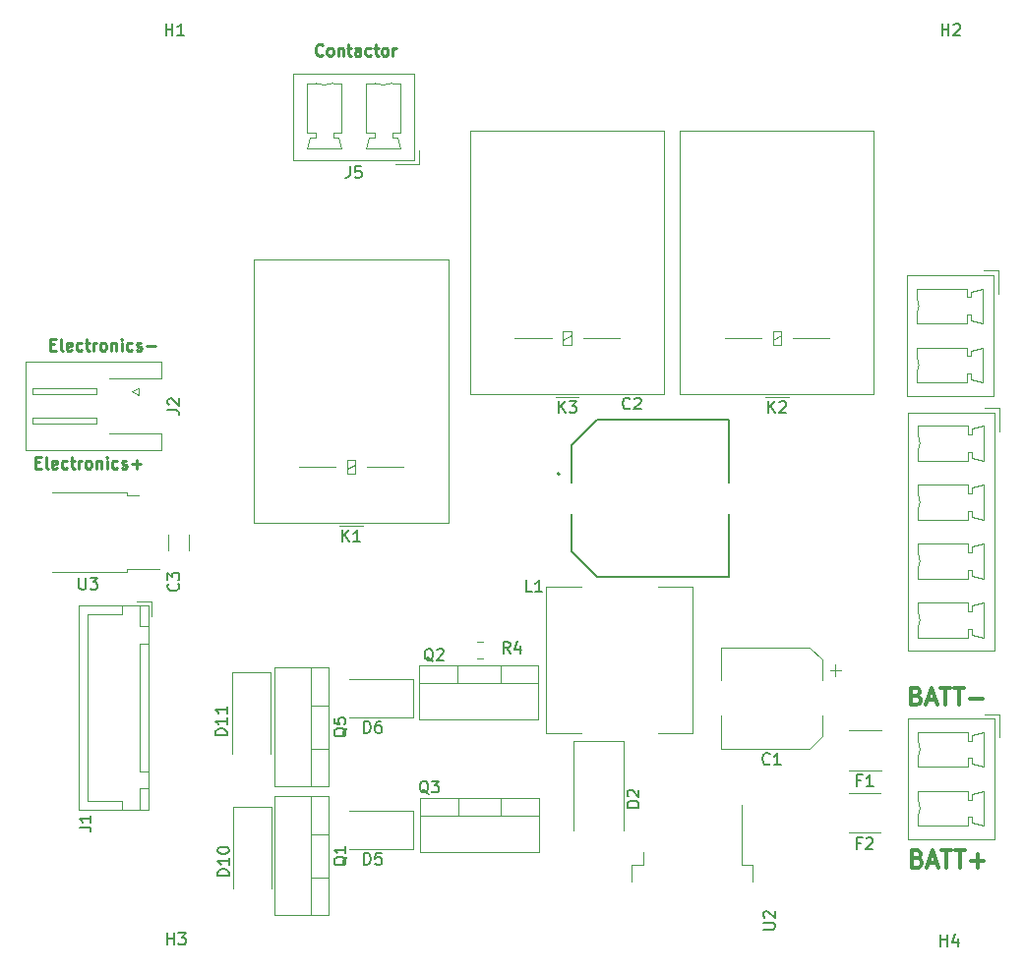
<source format=gbr>
G04 #@! TF.GenerationSoftware,KiCad,Pcbnew,7.0.9*
G04 #@! TF.CreationDate,2024-04-02T14:08:39+05:30*
G04 #@! TF.ProjectId,Chg_Dschg Controller,4368675f-4473-4636-9867-20436f6e7472,rev?*
G04 #@! TF.SameCoordinates,Original*
G04 #@! TF.FileFunction,Legend,Top*
G04 #@! TF.FilePolarity,Positive*
%FSLAX45Y45*%
G04 Gerber Fmt 4.5, Leading zero omitted, Abs format (unit mm)*
G04 Created by KiCad (PCBNEW 7.0.9) date 2024-04-02 14:08:39*
%MOMM*%
%LPD*%
G01*
G04 APERTURE LIST*
%ADD10C,0.300000*%
%ADD11C,0.250000*%
%ADD12C,0.150000*%
%ADD13C,0.120000*%
%ADD14C,0.127000*%
%ADD15C,0.200000*%
G04 APERTURE END LIST*
D10*
X11250451Y-9631511D02*
X11271880Y-9638654D01*
X11271880Y-9638654D02*
X11279022Y-9645797D01*
X11279022Y-9645797D02*
X11286165Y-9660083D01*
X11286165Y-9660083D02*
X11286165Y-9681511D01*
X11286165Y-9681511D02*
X11279022Y-9695797D01*
X11279022Y-9695797D02*
X11271880Y-9702940D01*
X11271880Y-9702940D02*
X11257594Y-9710083D01*
X11257594Y-9710083D02*
X11200451Y-9710083D01*
X11200451Y-9710083D02*
X11200451Y-9560083D01*
X11200451Y-9560083D02*
X11250451Y-9560083D01*
X11250451Y-9560083D02*
X11264737Y-9567226D01*
X11264737Y-9567226D02*
X11271880Y-9574369D01*
X11271880Y-9574369D02*
X11279022Y-9588654D01*
X11279022Y-9588654D02*
X11279022Y-9602940D01*
X11279022Y-9602940D02*
X11271880Y-9617226D01*
X11271880Y-9617226D02*
X11264737Y-9624369D01*
X11264737Y-9624369D02*
X11250451Y-9631511D01*
X11250451Y-9631511D02*
X11200451Y-9631511D01*
X11343308Y-9667226D02*
X11414737Y-9667226D01*
X11329022Y-9710083D02*
X11379022Y-9560083D01*
X11379022Y-9560083D02*
X11429022Y-9710083D01*
X11457594Y-9560083D02*
X11543308Y-9560083D01*
X11500451Y-9710083D02*
X11500451Y-9560083D01*
X11571880Y-9560083D02*
X11657594Y-9560083D01*
X11614737Y-9710083D02*
X11614737Y-9560083D01*
X11707594Y-9652940D02*
X11821880Y-9652940D01*
X11764737Y-9710083D02*
X11764737Y-9595797D01*
D11*
X3659757Y-6220581D02*
X3693090Y-6220581D01*
X3707376Y-6272962D02*
X3659757Y-6272962D01*
X3659757Y-6272962D02*
X3659757Y-6172962D01*
X3659757Y-6172962D02*
X3707376Y-6172962D01*
X3764519Y-6272962D02*
X3754995Y-6268200D01*
X3754995Y-6268200D02*
X3750233Y-6258676D01*
X3750233Y-6258676D02*
X3750233Y-6172962D01*
X3840709Y-6268200D02*
X3831185Y-6272962D01*
X3831185Y-6272962D02*
X3812138Y-6272962D01*
X3812138Y-6272962D02*
X3802614Y-6268200D01*
X3802614Y-6268200D02*
X3797852Y-6258676D01*
X3797852Y-6258676D02*
X3797852Y-6220581D01*
X3797852Y-6220581D02*
X3802614Y-6211057D01*
X3802614Y-6211057D02*
X3812138Y-6206295D01*
X3812138Y-6206295D02*
X3831185Y-6206295D01*
X3831185Y-6206295D02*
X3840709Y-6211057D01*
X3840709Y-6211057D02*
X3845471Y-6220581D01*
X3845471Y-6220581D02*
X3845471Y-6230105D01*
X3845471Y-6230105D02*
X3797852Y-6239628D01*
X3931185Y-6268200D02*
X3921662Y-6272962D01*
X3921662Y-6272962D02*
X3902614Y-6272962D01*
X3902614Y-6272962D02*
X3893090Y-6268200D01*
X3893090Y-6268200D02*
X3888328Y-6263438D01*
X3888328Y-6263438D02*
X3883566Y-6253914D01*
X3883566Y-6253914D02*
X3883566Y-6225343D01*
X3883566Y-6225343D02*
X3888328Y-6215819D01*
X3888328Y-6215819D02*
X3893090Y-6211057D01*
X3893090Y-6211057D02*
X3902614Y-6206295D01*
X3902614Y-6206295D02*
X3921662Y-6206295D01*
X3921662Y-6206295D02*
X3931185Y-6211057D01*
X3959757Y-6206295D02*
X3997852Y-6206295D01*
X3974043Y-6172962D02*
X3974043Y-6258676D01*
X3974043Y-6258676D02*
X3978804Y-6268200D01*
X3978804Y-6268200D02*
X3988328Y-6272962D01*
X3988328Y-6272962D02*
X3997852Y-6272962D01*
X4031185Y-6272962D02*
X4031185Y-6206295D01*
X4031185Y-6225343D02*
X4035947Y-6215819D01*
X4035947Y-6215819D02*
X4040709Y-6211057D01*
X4040709Y-6211057D02*
X4050233Y-6206295D01*
X4050233Y-6206295D02*
X4059757Y-6206295D01*
X4107376Y-6272962D02*
X4097852Y-6268200D01*
X4097852Y-6268200D02*
X4093090Y-6263438D01*
X4093090Y-6263438D02*
X4088328Y-6253914D01*
X4088328Y-6253914D02*
X4088328Y-6225343D01*
X4088328Y-6225343D02*
X4093090Y-6215819D01*
X4093090Y-6215819D02*
X4097852Y-6211057D01*
X4097852Y-6211057D02*
X4107376Y-6206295D01*
X4107376Y-6206295D02*
X4121662Y-6206295D01*
X4121662Y-6206295D02*
X4131185Y-6211057D01*
X4131185Y-6211057D02*
X4135947Y-6215819D01*
X4135947Y-6215819D02*
X4140709Y-6225343D01*
X4140709Y-6225343D02*
X4140709Y-6253914D01*
X4140709Y-6253914D02*
X4135947Y-6263438D01*
X4135947Y-6263438D02*
X4131185Y-6268200D01*
X4131185Y-6268200D02*
X4121662Y-6272962D01*
X4121662Y-6272962D02*
X4107376Y-6272962D01*
X4183566Y-6206295D02*
X4183566Y-6272962D01*
X4183566Y-6215819D02*
X4188328Y-6211057D01*
X4188328Y-6211057D02*
X4197852Y-6206295D01*
X4197852Y-6206295D02*
X4212138Y-6206295D01*
X4212138Y-6206295D02*
X4221662Y-6211057D01*
X4221662Y-6211057D02*
X4226424Y-6220581D01*
X4226424Y-6220581D02*
X4226424Y-6272962D01*
X4274043Y-6272962D02*
X4274043Y-6206295D01*
X4274043Y-6172962D02*
X4269281Y-6177724D01*
X4269281Y-6177724D02*
X4274043Y-6182486D01*
X4274043Y-6182486D02*
X4278805Y-6177724D01*
X4278805Y-6177724D02*
X4274043Y-6172962D01*
X4274043Y-6172962D02*
X4274043Y-6182486D01*
X4364519Y-6268200D02*
X4354995Y-6272962D01*
X4354995Y-6272962D02*
X4335947Y-6272962D01*
X4335947Y-6272962D02*
X4326424Y-6268200D01*
X4326424Y-6268200D02*
X4321662Y-6263438D01*
X4321662Y-6263438D02*
X4316900Y-6253914D01*
X4316900Y-6253914D02*
X4316900Y-6225343D01*
X4316900Y-6225343D02*
X4321662Y-6215819D01*
X4321662Y-6215819D02*
X4326424Y-6211057D01*
X4326424Y-6211057D02*
X4335947Y-6206295D01*
X4335947Y-6206295D02*
X4354995Y-6206295D01*
X4354995Y-6206295D02*
X4364519Y-6211057D01*
X4402614Y-6268200D02*
X4412138Y-6272962D01*
X4412138Y-6272962D02*
X4431186Y-6272962D01*
X4431186Y-6272962D02*
X4440709Y-6268200D01*
X4440709Y-6268200D02*
X4445471Y-6258676D01*
X4445471Y-6258676D02*
X4445471Y-6253914D01*
X4445471Y-6253914D02*
X4440709Y-6244390D01*
X4440709Y-6244390D02*
X4431186Y-6239628D01*
X4431186Y-6239628D02*
X4416900Y-6239628D01*
X4416900Y-6239628D02*
X4407376Y-6234867D01*
X4407376Y-6234867D02*
X4402614Y-6225343D01*
X4402614Y-6225343D02*
X4402614Y-6220581D01*
X4402614Y-6220581D02*
X4407376Y-6211057D01*
X4407376Y-6211057D02*
X4416900Y-6206295D01*
X4416900Y-6206295D02*
X4431186Y-6206295D01*
X4431186Y-6206295D02*
X4440709Y-6211057D01*
X4488328Y-6234867D02*
X4564519Y-6234867D01*
X4526424Y-6272962D02*
X4526424Y-6196771D01*
D10*
X11240451Y-8231511D02*
X11261880Y-8238654D01*
X11261880Y-8238654D02*
X11269022Y-8245797D01*
X11269022Y-8245797D02*
X11276165Y-8260083D01*
X11276165Y-8260083D02*
X11276165Y-8281511D01*
X11276165Y-8281511D02*
X11269022Y-8295797D01*
X11269022Y-8295797D02*
X11261880Y-8302940D01*
X11261880Y-8302940D02*
X11247594Y-8310083D01*
X11247594Y-8310083D02*
X11190451Y-8310083D01*
X11190451Y-8310083D02*
X11190451Y-8160083D01*
X11190451Y-8160083D02*
X11240451Y-8160083D01*
X11240451Y-8160083D02*
X11254737Y-8167226D01*
X11254737Y-8167226D02*
X11261880Y-8174368D01*
X11261880Y-8174368D02*
X11269022Y-8188654D01*
X11269022Y-8188654D02*
X11269022Y-8202940D01*
X11269022Y-8202940D02*
X11261880Y-8217226D01*
X11261880Y-8217226D02*
X11254737Y-8224368D01*
X11254737Y-8224368D02*
X11240451Y-8231511D01*
X11240451Y-8231511D02*
X11190451Y-8231511D01*
X11333308Y-8267226D02*
X11404737Y-8267226D01*
X11319022Y-8310083D02*
X11369022Y-8160083D01*
X11369022Y-8160083D02*
X11419022Y-8310083D01*
X11447594Y-8160083D02*
X11533308Y-8160083D01*
X11490451Y-8310083D02*
X11490451Y-8160083D01*
X11561880Y-8160083D02*
X11647594Y-8160083D01*
X11604737Y-8310083D02*
X11604737Y-8160083D01*
X11697594Y-8252940D02*
X11811880Y-8252940D01*
D11*
X6129900Y-2707438D02*
X6125138Y-2712200D01*
X6125138Y-2712200D02*
X6110852Y-2716962D01*
X6110852Y-2716962D02*
X6101328Y-2716962D01*
X6101328Y-2716962D02*
X6087042Y-2712200D01*
X6087042Y-2712200D02*
X6077519Y-2702676D01*
X6077519Y-2702676D02*
X6072757Y-2693152D01*
X6072757Y-2693152D02*
X6067995Y-2674105D01*
X6067995Y-2674105D02*
X6067995Y-2659819D01*
X6067995Y-2659819D02*
X6072757Y-2640771D01*
X6072757Y-2640771D02*
X6077519Y-2631248D01*
X6077519Y-2631248D02*
X6087042Y-2621724D01*
X6087042Y-2621724D02*
X6101328Y-2616962D01*
X6101328Y-2616962D02*
X6110852Y-2616962D01*
X6110852Y-2616962D02*
X6125138Y-2621724D01*
X6125138Y-2621724D02*
X6129900Y-2626486D01*
X6187042Y-2716962D02*
X6177519Y-2712200D01*
X6177519Y-2712200D02*
X6172757Y-2707438D01*
X6172757Y-2707438D02*
X6167995Y-2697914D01*
X6167995Y-2697914D02*
X6167995Y-2669343D01*
X6167995Y-2669343D02*
X6172757Y-2659819D01*
X6172757Y-2659819D02*
X6177519Y-2655057D01*
X6177519Y-2655057D02*
X6187042Y-2650295D01*
X6187042Y-2650295D02*
X6201328Y-2650295D01*
X6201328Y-2650295D02*
X6210852Y-2655057D01*
X6210852Y-2655057D02*
X6215614Y-2659819D01*
X6215614Y-2659819D02*
X6220376Y-2669343D01*
X6220376Y-2669343D02*
X6220376Y-2697914D01*
X6220376Y-2697914D02*
X6215614Y-2707438D01*
X6215614Y-2707438D02*
X6210852Y-2712200D01*
X6210852Y-2712200D02*
X6201328Y-2716962D01*
X6201328Y-2716962D02*
X6187042Y-2716962D01*
X6263233Y-2650295D02*
X6263233Y-2716962D01*
X6263233Y-2659819D02*
X6267995Y-2655057D01*
X6267995Y-2655057D02*
X6277519Y-2650295D01*
X6277519Y-2650295D02*
X6291804Y-2650295D01*
X6291804Y-2650295D02*
X6301328Y-2655057D01*
X6301328Y-2655057D02*
X6306090Y-2664581D01*
X6306090Y-2664581D02*
X6306090Y-2716962D01*
X6339423Y-2650295D02*
X6377519Y-2650295D01*
X6353709Y-2616962D02*
X6353709Y-2702676D01*
X6353709Y-2702676D02*
X6358471Y-2712200D01*
X6358471Y-2712200D02*
X6367995Y-2716962D01*
X6367995Y-2716962D02*
X6377519Y-2716962D01*
X6453709Y-2716962D02*
X6453709Y-2664581D01*
X6453709Y-2664581D02*
X6448947Y-2655057D01*
X6448947Y-2655057D02*
X6439423Y-2650295D01*
X6439423Y-2650295D02*
X6420376Y-2650295D01*
X6420376Y-2650295D02*
X6410852Y-2655057D01*
X6453709Y-2712200D02*
X6444185Y-2716962D01*
X6444185Y-2716962D02*
X6420376Y-2716962D01*
X6420376Y-2716962D02*
X6410852Y-2712200D01*
X6410852Y-2712200D02*
X6406090Y-2702676D01*
X6406090Y-2702676D02*
X6406090Y-2693152D01*
X6406090Y-2693152D02*
X6410852Y-2683629D01*
X6410852Y-2683629D02*
X6420376Y-2678867D01*
X6420376Y-2678867D02*
X6444185Y-2678867D01*
X6444185Y-2678867D02*
X6453709Y-2674105D01*
X6544185Y-2712200D02*
X6534662Y-2716962D01*
X6534662Y-2716962D02*
X6515614Y-2716962D01*
X6515614Y-2716962D02*
X6506090Y-2712200D01*
X6506090Y-2712200D02*
X6501328Y-2707438D01*
X6501328Y-2707438D02*
X6496566Y-2697914D01*
X6496566Y-2697914D02*
X6496566Y-2669343D01*
X6496566Y-2669343D02*
X6501328Y-2659819D01*
X6501328Y-2659819D02*
X6506090Y-2655057D01*
X6506090Y-2655057D02*
X6515614Y-2650295D01*
X6515614Y-2650295D02*
X6534662Y-2650295D01*
X6534662Y-2650295D02*
X6544185Y-2655057D01*
X6572757Y-2650295D02*
X6610852Y-2650295D01*
X6587043Y-2616962D02*
X6587043Y-2702676D01*
X6587043Y-2702676D02*
X6591804Y-2712200D01*
X6591804Y-2712200D02*
X6601328Y-2716962D01*
X6601328Y-2716962D02*
X6610852Y-2716962D01*
X6658471Y-2716962D02*
X6648947Y-2712200D01*
X6648947Y-2712200D02*
X6644185Y-2707438D01*
X6644185Y-2707438D02*
X6639424Y-2697914D01*
X6639424Y-2697914D02*
X6639424Y-2669343D01*
X6639424Y-2669343D02*
X6644185Y-2659819D01*
X6644185Y-2659819D02*
X6648947Y-2655057D01*
X6648947Y-2655057D02*
X6658471Y-2650295D01*
X6658471Y-2650295D02*
X6672757Y-2650295D01*
X6672757Y-2650295D02*
X6682281Y-2655057D01*
X6682281Y-2655057D02*
X6687043Y-2659819D01*
X6687043Y-2659819D02*
X6691804Y-2669343D01*
X6691804Y-2669343D02*
X6691804Y-2697914D01*
X6691804Y-2697914D02*
X6687043Y-2707438D01*
X6687043Y-2707438D02*
X6682281Y-2712200D01*
X6682281Y-2712200D02*
X6672757Y-2716962D01*
X6672757Y-2716962D02*
X6658471Y-2716962D01*
X6734662Y-2716962D02*
X6734662Y-2650295D01*
X6734662Y-2669343D02*
X6739424Y-2659819D01*
X6739424Y-2659819D02*
X6744185Y-2655057D01*
X6744185Y-2655057D02*
X6753709Y-2650295D01*
X6753709Y-2650295D02*
X6763233Y-2650295D01*
X3786757Y-5204581D02*
X3820090Y-5204581D01*
X3834376Y-5256962D02*
X3786757Y-5256962D01*
X3786757Y-5256962D02*
X3786757Y-5156962D01*
X3786757Y-5156962D02*
X3834376Y-5156962D01*
X3891519Y-5256962D02*
X3881995Y-5252200D01*
X3881995Y-5252200D02*
X3877233Y-5242676D01*
X3877233Y-5242676D02*
X3877233Y-5156962D01*
X3967709Y-5252200D02*
X3958185Y-5256962D01*
X3958185Y-5256962D02*
X3939138Y-5256962D01*
X3939138Y-5256962D02*
X3929614Y-5252200D01*
X3929614Y-5252200D02*
X3924852Y-5242676D01*
X3924852Y-5242676D02*
X3924852Y-5204581D01*
X3924852Y-5204581D02*
X3929614Y-5195057D01*
X3929614Y-5195057D02*
X3939138Y-5190295D01*
X3939138Y-5190295D02*
X3958185Y-5190295D01*
X3958185Y-5190295D02*
X3967709Y-5195057D01*
X3967709Y-5195057D02*
X3972471Y-5204581D01*
X3972471Y-5204581D02*
X3972471Y-5214105D01*
X3972471Y-5214105D02*
X3924852Y-5223629D01*
X4058185Y-5252200D02*
X4048662Y-5256962D01*
X4048662Y-5256962D02*
X4029614Y-5256962D01*
X4029614Y-5256962D02*
X4020090Y-5252200D01*
X4020090Y-5252200D02*
X4015328Y-5247438D01*
X4015328Y-5247438D02*
X4010566Y-5237914D01*
X4010566Y-5237914D02*
X4010566Y-5209343D01*
X4010566Y-5209343D02*
X4015328Y-5199819D01*
X4015328Y-5199819D02*
X4020090Y-5195057D01*
X4020090Y-5195057D02*
X4029614Y-5190295D01*
X4029614Y-5190295D02*
X4048662Y-5190295D01*
X4048662Y-5190295D02*
X4058185Y-5195057D01*
X4086757Y-5190295D02*
X4124852Y-5190295D01*
X4101043Y-5156962D02*
X4101043Y-5242676D01*
X4101043Y-5242676D02*
X4105804Y-5252200D01*
X4105804Y-5252200D02*
X4115328Y-5256962D01*
X4115328Y-5256962D02*
X4124852Y-5256962D01*
X4158185Y-5256962D02*
X4158185Y-5190295D01*
X4158185Y-5209343D02*
X4162947Y-5199819D01*
X4162947Y-5199819D02*
X4167709Y-5195057D01*
X4167709Y-5195057D02*
X4177233Y-5190295D01*
X4177233Y-5190295D02*
X4186757Y-5190295D01*
X4234376Y-5256962D02*
X4224852Y-5252200D01*
X4224852Y-5252200D02*
X4220090Y-5247438D01*
X4220090Y-5247438D02*
X4215328Y-5237914D01*
X4215328Y-5237914D02*
X4215328Y-5209343D01*
X4215328Y-5209343D02*
X4220090Y-5199819D01*
X4220090Y-5199819D02*
X4224852Y-5195057D01*
X4224852Y-5195057D02*
X4234376Y-5190295D01*
X4234376Y-5190295D02*
X4248662Y-5190295D01*
X4248662Y-5190295D02*
X4258186Y-5195057D01*
X4258186Y-5195057D02*
X4262947Y-5199819D01*
X4262947Y-5199819D02*
X4267709Y-5209343D01*
X4267709Y-5209343D02*
X4267709Y-5237914D01*
X4267709Y-5237914D02*
X4262947Y-5247438D01*
X4262947Y-5247438D02*
X4258186Y-5252200D01*
X4258186Y-5252200D02*
X4248662Y-5256962D01*
X4248662Y-5256962D02*
X4234376Y-5256962D01*
X4310567Y-5190295D02*
X4310567Y-5256962D01*
X4310567Y-5199819D02*
X4315328Y-5195057D01*
X4315328Y-5195057D02*
X4324852Y-5190295D01*
X4324852Y-5190295D02*
X4339138Y-5190295D01*
X4339138Y-5190295D02*
X4348662Y-5195057D01*
X4348662Y-5195057D02*
X4353424Y-5204581D01*
X4353424Y-5204581D02*
X4353424Y-5256962D01*
X4401043Y-5256962D02*
X4401043Y-5190295D01*
X4401043Y-5156962D02*
X4396281Y-5161724D01*
X4396281Y-5161724D02*
X4401043Y-5166486D01*
X4401043Y-5166486D02*
X4405805Y-5161724D01*
X4405805Y-5161724D02*
X4401043Y-5156962D01*
X4401043Y-5156962D02*
X4401043Y-5166486D01*
X4491519Y-5252200D02*
X4481995Y-5256962D01*
X4481995Y-5256962D02*
X4462947Y-5256962D01*
X4462947Y-5256962D02*
X4453424Y-5252200D01*
X4453424Y-5252200D02*
X4448662Y-5247438D01*
X4448662Y-5247438D02*
X4443900Y-5237914D01*
X4443900Y-5237914D02*
X4443900Y-5209343D01*
X4443900Y-5209343D02*
X4448662Y-5199819D01*
X4448662Y-5199819D02*
X4453424Y-5195057D01*
X4453424Y-5195057D02*
X4462947Y-5190295D01*
X4462947Y-5190295D02*
X4481995Y-5190295D01*
X4481995Y-5190295D02*
X4491519Y-5195057D01*
X4529614Y-5252200D02*
X4539138Y-5256962D01*
X4539138Y-5256962D02*
X4558186Y-5256962D01*
X4558186Y-5256962D02*
X4567709Y-5252200D01*
X4567709Y-5252200D02*
X4572471Y-5242676D01*
X4572471Y-5242676D02*
X4572471Y-5237914D01*
X4572471Y-5237914D02*
X4567709Y-5228390D01*
X4567709Y-5228390D02*
X4558186Y-5223629D01*
X4558186Y-5223629D02*
X4543900Y-5223629D01*
X4543900Y-5223629D02*
X4534376Y-5218867D01*
X4534376Y-5218867D02*
X4529614Y-5209343D01*
X4529614Y-5209343D02*
X4529614Y-5204581D01*
X4529614Y-5204581D02*
X4534376Y-5195057D01*
X4534376Y-5195057D02*
X4543900Y-5190295D01*
X4543900Y-5190295D02*
X4558186Y-5190295D01*
X4558186Y-5190295D02*
X4567709Y-5195057D01*
X4615328Y-5218867D02*
X4691519Y-5218867D01*
D12*
X9978333Y-8815958D02*
X9973571Y-8820720D01*
X9973571Y-8820720D02*
X9959286Y-8825482D01*
X9959286Y-8825482D02*
X9949762Y-8825482D01*
X9949762Y-8825482D02*
X9935476Y-8820720D01*
X9935476Y-8820720D02*
X9925952Y-8811196D01*
X9925952Y-8811196D02*
X9921191Y-8801672D01*
X9921191Y-8801672D02*
X9916429Y-8782625D01*
X9916429Y-8782625D02*
X9916429Y-8768339D01*
X9916429Y-8768339D02*
X9921191Y-8749291D01*
X9921191Y-8749291D02*
X9925952Y-8739768D01*
X9925952Y-8739768D02*
X9935476Y-8730244D01*
X9935476Y-8730244D02*
X9949762Y-8725482D01*
X9949762Y-8725482D02*
X9959286Y-8725482D01*
X9959286Y-8725482D02*
X9973571Y-8730244D01*
X9973571Y-8730244D02*
X9978333Y-8735006D01*
X10073571Y-8825482D02*
X10016429Y-8825482D01*
X10045000Y-8825482D02*
X10045000Y-8725482D01*
X10045000Y-8725482D02*
X10035476Y-8739768D01*
X10035476Y-8739768D02*
X10025952Y-8749291D01*
X10025952Y-8749291D02*
X10016429Y-8754053D01*
X7080476Y-7935006D02*
X7070952Y-7930244D01*
X7070952Y-7930244D02*
X7061428Y-7920720D01*
X7061428Y-7920720D02*
X7047143Y-7906434D01*
X7047143Y-7906434D02*
X7037619Y-7901672D01*
X7037619Y-7901672D02*
X7028095Y-7901672D01*
X7032857Y-7925482D02*
X7023333Y-7920720D01*
X7023333Y-7920720D02*
X7013809Y-7911196D01*
X7013809Y-7911196D02*
X7009048Y-7892148D01*
X7009048Y-7892148D02*
X7009048Y-7858815D01*
X7009048Y-7858815D02*
X7013809Y-7839768D01*
X7013809Y-7839768D02*
X7023333Y-7830244D01*
X7023333Y-7830244D02*
X7032857Y-7825482D01*
X7032857Y-7825482D02*
X7051905Y-7825482D01*
X7051905Y-7825482D02*
X7061428Y-7830244D01*
X7061428Y-7830244D02*
X7070952Y-7839768D01*
X7070952Y-7839768D02*
X7075714Y-7858815D01*
X7075714Y-7858815D02*
X7075714Y-7892148D01*
X7075714Y-7892148D02*
X7070952Y-7911196D01*
X7070952Y-7911196D02*
X7061428Y-7920720D01*
X7061428Y-7920720D02*
X7051905Y-7925482D01*
X7051905Y-7925482D02*
X7032857Y-7925482D01*
X7113809Y-7835006D02*
X7118571Y-7830244D01*
X7118571Y-7830244D02*
X7128095Y-7825482D01*
X7128095Y-7825482D02*
X7151905Y-7825482D01*
X7151905Y-7825482D02*
X7161428Y-7830244D01*
X7161428Y-7830244D02*
X7166190Y-7835006D01*
X7166190Y-7835006D02*
X7170952Y-7844529D01*
X7170952Y-7844529D02*
X7170952Y-7854053D01*
X7170952Y-7854053D02*
X7166190Y-7868339D01*
X7166190Y-7868339D02*
X7109048Y-7925482D01*
X7109048Y-7925482D02*
X7170952Y-7925482D01*
X7040476Y-9075006D02*
X7030952Y-9070244D01*
X7030952Y-9070244D02*
X7021428Y-9060720D01*
X7021428Y-9060720D02*
X7007143Y-9046434D01*
X7007143Y-9046434D02*
X6997619Y-9041672D01*
X6997619Y-9041672D02*
X6988095Y-9041672D01*
X6992857Y-9065482D02*
X6983333Y-9060720D01*
X6983333Y-9060720D02*
X6973809Y-9051196D01*
X6973809Y-9051196D02*
X6969048Y-9032149D01*
X6969048Y-9032149D02*
X6969048Y-8998815D01*
X6969048Y-8998815D02*
X6973809Y-8979768D01*
X6973809Y-8979768D02*
X6983333Y-8970244D01*
X6983333Y-8970244D02*
X6992857Y-8965482D01*
X6992857Y-8965482D02*
X7011905Y-8965482D01*
X7011905Y-8965482D02*
X7021428Y-8970244D01*
X7021428Y-8970244D02*
X7030952Y-8979768D01*
X7030952Y-8979768D02*
X7035714Y-8998815D01*
X7035714Y-8998815D02*
X7035714Y-9032149D01*
X7035714Y-9032149D02*
X7030952Y-9051196D01*
X7030952Y-9051196D02*
X7021428Y-9060720D01*
X7021428Y-9060720D02*
X7011905Y-9065482D01*
X7011905Y-9065482D02*
X6992857Y-9065482D01*
X7069048Y-8965482D02*
X7130952Y-8965482D01*
X7130952Y-8965482D02*
X7097619Y-9003577D01*
X7097619Y-9003577D02*
X7111905Y-9003577D01*
X7111905Y-9003577D02*
X7121428Y-9008339D01*
X7121428Y-9008339D02*
X7126190Y-9013101D01*
X7126190Y-9013101D02*
X7130952Y-9022625D01*
X7130952Y-9022625D02*
X7130952Y-9046434D01*
X7130952Y-9046434D02*
X7126190Y-9055958D01*
X7126190Y-9055958D02*
X7121428Y-9060720D01*
X7121428Y-9060720D02*
X7111905Y-9065482D01*
X7111905Y-9065482D02*
X7083333Y-9065482D01*
X7083333Y-9065482D02*
X7073809Y-9060720D01*
X7073809Y-9060720D02*
X7069048Y-9055958D01*
X6337506Y-9619524D02*
X6332744Y-9629048D01*
X6332744Y-9629048D02*
X6323220Y-9638571D01*
X6323220Y-9638571D02*
X6308934Y-9652857D01*
X6308934Y-9652857D02*
X6304172Y-9662381D01*
X6304172Y-9662381D02*
X6304172Y-9671905D01*
X6327982Y-9667143D02*
X6323220Y-9676667D01*
X6323220Y-9676667D02*
X6313696Y-9686190D01*
X6313696Y-9686190D02*
X6294648Y-9690952D01*
X6294648Y-9690952D02*
X6261315Y-9690952D01*
X6261315Y-9690952D02*
X6242268Y-9686190D01*
X6242268Y-9686190D02*
X6232744Y-9676667D01*
X6232744Y-9676667D02*
X6227982Y-9667143D01*
X6227982Y-9667143D02*
X6227982Y-9648095D01*
X6227982Y-9648095D02*
X6232744Y-9638571D01*
X6232744Y-9638571D02*
X6242268Y-9629048D01*
X6242268Y-9629048D02*
X6261315Y-9624286D01*
X6261315Y-9624286D02*
X6294648Y-9624286D01*
X6294648Y-9624286D02*
X6313696Y-9629048D01*
X6313696Y-9629048D02*
X6323220Y-9638571D01*
X6323220Y-9638571D02*
X6327982Y-9648095D01*
X6327982Y-9648095D02*
X6327982Y-9667143D01*
X6327982Y-9529048D02*
X6327982Y-9586190D01*
X6327982Y-9557619D02*
X6227982Y-9557619D01*
X6227982Y-9557619D02*
X6242268Y-9567143D01*
X6242268Y-9567143D02*
X6251791Y-9576667D01*
X6251791Y-9576667D02*
X6256553Y-9586190D01*
X6337506Y-8509524D02*
X6332744Y-8519048D01*
X6332744Y-8519048D02*
X6323220Y-8528571D01*
X6323220Y-8528571D02*
X6308934Y-8542857D01*
X6308934Y-8542857D02*
X6304172Y-8552381D01*
X6304172Y-8552381D02*
X6304172Y-8561905D01*
X6327982Y-8557143D02*
X6323220Y-8566667D01*
X6323220Y-8566667D02*
X6313696Y-8576190D01*
X6313696Y-8576190D02*
X6294648Y-8580952D01*
X6294648Y-8580952D02*
X6261315Y-8580952D01*
X6261315Y-8580952D02*
X6242268Y-8576190D01*
X6242268Y-8576190D02*
X6232744Y-8566667D01*
X6232744Y-8566667D02*
X6227982Y-8557143D01*
X6227982Y-8557143D02*
X6227982Y-8538095D01*
X6227982Y-8538095D02*
X6232744Y-8528571D01*
X6232744Y-8528571D02*
X6242268Y-8519048D01*
X6242268Y-8519048D02*
X6261315Y-8514286D01*
X6261315Y-8514286D02*
X6294648Y-8514286D01*
X6294648Y-8514286D02*
X6313696Y-8519048D01*
X6313696Y-8519048D02*
X6323220Y-8528571D01*
X6323220Y-8528571D02*
X6327982Y-8538095D01*
X6327982Y-8538095D02*
X6327982Y-8557143D01*
X6227982Y-8423810D02*
X6227982Y-8471429D01*
X6227982Y-8471429D02*
X6275601Y-8476190D01*
X6275601Y-8476190D02*
X6270839Y-8471429D01*
X6270839Y-8471429D02*
X6266077Y-8461905D01*
X6266077Y-8461905D02*
X6266077Y-8438095D01*
X6266077Y-8438095D02*
X6270839Y-8428571D01*
X6270839Y-8428571D02*
X6275601Y-8423810D01*
X6275601Y-8423810D02*
X6285125Y-8419048D01*
X6285125Y-8419048D02*
X6308934Y-8419048D01*
X6308934Y-8419048D02*
X6318458Y-8423810D01*
X6318458Y-8423810D02*
X6323220Y-8428571D01*
X6323220Y-8428571D02*
X6327982Y-8438095D01*
X6327982Y-8438095D02*
X6327982Y-8461905D01*
X6327982Y-8461905D02*
X6323220Y-8471429D01*
X6323220Y-8471429D02*
X6318458Y-8476190D01*
X4780110Y-2540482D02*
X4780110Y-2440482D01*
X4780110Y-2488101D02*
X4837252Y-2488101D01*
X4837252Y-2540482D02*
X4837252Y-2440482D01*
X4937252Y-2540482D02*
X4880110Y-2540482D01*
X4908681Y-2540482D02*
X4908681Y-2440482D01*
X4908681Y-2440482D02*
X4899157Y-2454768D01*
X4899157Y-2454768D02*
X4889633Y-2464291D01*
X4889633Y-2464291D02*
X4880110Y-2469053D01*
X9966191Y-5793232D02*
X9966191Y-5693232D01*
X10023333Y-5793232D02*
X9980476Y-5736089D01*
X10023333Y-5693232D02*
X9966191Y-5750375D01*
X10061429Y-5702756D02*
X10066191Y-5697994D01*
X10066191Y-5697994D02*
X10075714Y-5693232D01*
X10075714Y-5693232D02*
X10099524Y-5693232D01*
X10099524Y-5693232D02*
X10109048Y-5697994D01*
X10109048Y-5697994D02*
X10113810Y-5702756D01*
X10113810Y-5702756D02*
X10118571Y-5712279D01*
X10118571Y-5712279D02*
X10118571Y-5721803D01*
X10118571Y-5721803D02*
X10113810Y-5736089D01*
X10113810Y-5736089D02*
X10056667Y-5793232D01*
X10056667Y-5793232D02*
X10118571Y-5793232D01*
X7933333Y-7335482D02*
X7885714Y-7335482D01*
X7885714Y-7335482D02*
X7885714Y-7235482D01*
X8019048Y-7335482D02*
X7961905Y-7335482D01*
X7990476Y-7335482D02*
X7990476Y-7235482D01*
X7990476Y-7235482D02*
X7980952Y-7249768D01*
X7980952Y-7249768D02*
X7971429Y-7259291D01*
X7971429Y-7259291D02*
X7961905Y-7264053D01*
X10761667Y-9498101D02*
X10728333Y-9498101D01*
X10728333Y-9550482D02*
X10728333Y-9450482D01*
X10728333Y-9450482D02*
X10775952Y-9450482D01*
X10809286Y-9460006D02*
X10814048Y-9455244D01*
X10814048Y-9455244D02*
X10823571Y-9450482D01*
X10823571Y-9450482D02*
X10847381Y-9450482D01*
X10847381Y-9450482D02*
X10856905Y-9455244D01*
X10856905Y-9455244D02*
X10861667Y-9460006D01*
X10861667Y-9460006D02*
X10866429Y-9469530D01*
X10866429Y-9469530D02*
X10866429Y-9479053D01*
X10866429Y-9479053D02*
X10861667Y-9493339D01*
X10861667Y-9493339D02*
X10804524Y-9550482D01*
X10804524Y-9550482D02*
X10866429Y-9550482D01*
X6486190Y-8550482D02*
X6486190Y-8450482D01*
X6486190Y-8450482D02*
X6510000Y-8450482D01*
X6510000Y-8450482D02*
X6524286Y-8455244D01*
X6524286Y-8455244D02*
X6533809Y-8464768D01*
X6533809Y-8464768D02*
X6538571Y-8474291D01*
X6538571Y-8474291D02*
X6543333Y-8493339D01*
X6543333Y-8493339D02*
X6543333Y-8507625D01*
X6543333Y-8507625D02*
X6538571Y-8526672D01*
X6538571Y-8526672D02*
X6533809Y-8536196D01*
X6533809Y-8536196D02*
X6524286Y-8545720D01*
X6524286Y-8545720D02*
X6510000Y-8550482D01*
X6510000Y-8550482D02*
X6486190Y-8550482D01*
X6629048Y-8450482D02*
X6610000Y-8450482D01*
X6610000Y-8450482D02*
X6600476Y-8455244D01*
X6600476Y-8455244D02*
X6595714Y-8460006D01*
X6595714Y-8460006D02*
X6586190Y-8474291D01*
X6586190Y-8474291D02*
X6581429Y-8493339D01*
X6581429Y-8493339D02*
X6581429Y-8531434D01*
X6581429Y-8531434D02*
X6586190Y-8540958D01*
X6586190Y-8540958D02*
X6590952Y-8545720D01*
X6590952Y-8545720D02*
X6600476Y-8550482D01*
X6600476Y-8550482D02*
X6619524Y-8550482D01*
X6619524Y-8550482D02*
X6629048Y-8545720D01*
X6629048Y-8545720D02*
X6633809Y-8540958D01*
X6633809Y-8540958D02*
X6638571Y-8531434D01*
X6638571Y-8531434D02*
X6638571Y-8507625D01*
X6638571Y-8507625D02*
X6633809Y-8498101D01*
X6633809Y-8498101D02*
X6629048Y-8493339D01*
X6629048Y-8493339D02*
X6619524Y-8488577D01*
X6619524Y-8488577D02*
X6600476Y-8488577D01*
X6600476Y-8488577D02*
X6590952Y-8493339D01*
X6590952Y-8493339D02*
X6586190Y-8498101D01*
X6586190Y-8498101D02*
X6581429Y-8507625D01*
X11460409Y-2540482D02*
X11460409Y-2440482D01*
X11460409Y-2488101D02*
X11517552Y-2488101D01*
X11517552Y-2540482D02*
X11517552Y-2440482D01*
X11560409Y-2450006D02*
X11565171Y-2445244D01*
X11565171Y-2445244D02*
X11574695Y-2440482D01*
X11574695Y-2440482D02*
X11598505Y-2440482D01*
X11598505Y-2440482D02*
X11608028Y-2445244D01*
X11608028Y-2445244D02*
X11612790Y-2450006D01*
X11612790Y-2450006D02*
X11617552Y-2459530D01*
X11617552Y-2459530D02*
X11617552Y-2469053D01*
X11617552Y-2469053D02*
X11612790Y-2483339D01*
X11612790Y-2483339D02*
X11555648Y-2540482D01*
X11555648Y-2540482D02*
X11617552Y-2540482D01*
X11448809Y-10387142D02*
X11448809Y-10287142D01*
X11448809Y-10334761D02*
X11505952Y-10334761D01*
X11505952Y-10387142D02*
X11505952Y-10287142D01*
X11596428Y-10320475D02*
X11596428Y-10387142D01*
X11572619Y-10282380D02*
X11548809Y-10353809D01*
X11548809Y-10353809D02*
X11610714Y-10353809D01*
X5325482Y-9781429D02*
X5225482Y-9781429D01*
X5225482Y-9781429D02*
X5225482Y-9757619D01*
X5225482Y-9757619D02*
X5230244Y-9743333D01*
X5230244Y-9743333D02*
X5239768Y-9733810D01*
X5239768Y-9733810D02*
X5249291Y-9729048D01*
X5249291Y-9729048D02*
X5268339Y-9724286D01*
X5268339Y-9724286D02*
X5282625Y-9724286D01*
X5282625Y-9724286D02*
X5301672Y-9729048D01*
X5301672Y-9729048D02*
X5311196Y-9733810D01*
X5311196Y-9733810D02*
X5320720Y-9743333D01*
X5320720Y-9743333D02*
X5325482Y-9757619D01*
X5325482Y-9757619D02*
X5325482Y-9781429D01*
X5325482Y-9629048D02*
X5325482Y-9686190D01*
X5325482Y-9657619D02*
X5225482Y-9657619D01*
X5225482Y-9657619D02*
X5239768Y-9667143D01*
X5239768Y-9667143D02*
X5249291Y-9676667D01*
X5249291Y-9676667D02*
X5254053Y-9686190D01*
X5225482Y-9567143D02*
X5225482Y-9557619D01*
X5225482Y-9557619D02*
X5230244Y-9548095D01*
X5230244Y-9548095D02*
X5235006Y-9543333D01*
X5235006Y-9543333D02*
X5244530Y-9538571D01*
X5244530Y-9538571D02*
X5263577Y-9533810D01*
X5263577Y-9533810D02*
X5287387Y-9533810D01*
X5287387Y-9533810D02*
X5306434Y-9538571D01*
X5306434Y-9538571D02*
X5315958Y-9543333D01*
X5315958Y-9543333D02*
X5320720Y-9548095D01*
X5320720Y-9548095D02*
X5325482Y-9557619D01*
X5325482Y-9557619D02*
X5325482Y-9567143D01*
X5325482Y-9567143D02*
X5320720Y-9576667D01*
X5320720Y-9576667D02*
X5315958Y-9581429D01*
X5315958Y-9581429D02*
X5306434Y-9586190D01*
X5306434Y-9586190D02*
X5287387Y-9590952D01*
X5287387Y-9590952D02*
X5263577Y-9590952D01*
X5263577Y-9590952D02*
X5244530Y-9586190D01*
X5244530Y-9586190D02*
X5235006Y-9581429D01*
X5235006Y-9581429D02*
X5230244Y-9576667D01*
X5230244Y-9576667D02*
X5225482Y-9567143D01*
X4795482Y-5768333D02*
X4866910Y-5768333D01*
X4866910Y-5768333D02*
X4881196Y-5773095D01*
X4881196Y-5773095D02*
X4890720Y-5782619D01*
X4890720Y-5782619D02*
X4895482Y-5796905D01*
X4895482Y-5796905D02*
X4895482Y-5806428D01*
X4805006Y-5725476D02*
X4800244Y-5720714D01*
X4800244Y-5720714D02*
X4795482Y-5711190D01*
X4795482Y-5711190D02*
X4795482Y-5687381D01*
X4795482Y-5687381D02*
X4800244Y-5677857D01*
X4800244Y-5677857D02*
X4805006Y-5673095D01*
X4805006Y-5673095D02*
X4814530Y-5668333D01*
X4814530Y-5668333D02*
X4824053Y-5668333D01*
X4824053Y-5668333D02*
X4838339Y-5673095D01*
X4838339Y-5673095D02*
X4895482Y-5730238D01*
X4895482Y-5730238D02*
X4895482Y-5668333D01*
X10764167Y-8958101D02*
X10730833Y-8958101D01*
X10730833Y-9010482D02*
X10730833Y-8910482D01*
X10730833Y-8910482D02*
X10778452Y-8910482D01*
X10868929Y-9010482D02*
X10811786Y-9010482D01*
X10840357Y-9010482D02*
X10840357Y-8910482D01*
X10840357Y-8910482D02*
X10830833Y-8924768D01*
X10830833Y-8924768D02*
X10821310Y-8934291D01*
X10821310Y-8934291D02*
X10811786Y-8939053D01*
X8775833Y-5752458D02*
X8771071Y-5757220D01*
X8771071Y-5757220D02*
X8756786Y-5761982D01*
X8756786Y-5761982D02*
X8747262Y-5761982D01*
X8747262Y-5761982D02*
X8732976Y-5757220D01*
X8732976Y-5757220D02*
X8723452Y-5747696D01*
X8723452Y-5747696D02*
X8718691Y-5738172D01*
X8718691Y-5738172D02*
X8713929Y-5719125D01*
X8713929Y-5719125D02*
X8713929Y-5704839D01*
X8713929Y-5704839D02*
X8718691Y-5685791D01*
X8718691Y-5685791D02*
X8723452Y-5676268D01*
X8723452Y-5676268D02*
X8732976Y-5666744D01*
X8732976Y-5666744D02*
X8747262Y-5661982D01*
X8747262Y-5661982D02*
X8756786Y-5661982D01*
X8756786Y-5661982D02*
X8771071Y-5666744D01*
X8771071Y-5666744D02*
X8775833Y-5671506D01*
X8813929Y-5671506D02*
X8818691Y-5666744D01*
X8818691Y-5666744D02*
X8828214Y-5661982D01*
X8828214Y-5661982D02*
X8852024Y-5661982D01*
X8852024Y-5661982D02*
X8861548Y-5666744D01*
X8861548Y-5666744D02*
X8866310Y-5671506D01*
X8866310Y-5671506D02*
X8871071Y-5681029D01*
X8871071Y-5681029D02*
X8871071Y-5690553D01*
X8871071Y-5690553D02*
X8866310Y-5704839D01*
X8866310Y-5704839D02*
X8809167Y-5761982D01*
X8809167Y-5761982D02*
X8871071Y-5761982D01*
X6486190Y-9685482D02*
X6486190Y-9585482D01*
X6486190Y-9585482D02*
X6510000Y-9585482D01*
X6510000Y-9585482D02*
X6524286Y-9590244D01*
X6524286Y-9590244D02*
X6533809Y-9599768D01*
X6533809Y-9599768D02*
X6538571Y-9609291D01*
X6538571Y-9609291D02*
X6543333Y-9628339D01*
X6543333Y-9628339D02*
X6543333Y-9642625D01*
X6543333Y-9642625D02*
X6538571Y-9661672D01*
X6538571Y-9661672D02*
X6533809Y-9671196D01*
X6533809Y-9671196D02*
X6524286Y-9680720D01*
X6524286Y-9680720D02*
X6510000Y-9685482D01*
X6510000Y-9685482D02*
X6486190Y-9685482D01*
X6633809Y-9585482D02*
X6586190Y-9585482D01*
X6586190Y-9585482D02*
X6581429Y-9633101D01*
X6581429Y-9633101D02*
X6586190Y-9628339D01*
X6586190Y-9628339D02*
X6595714Y-9623577D01*
X6595714Y-9623577D02*
X6619524Y-9623577D01*
X6619524Y-9623577D02*
X6629048Y-9628339D01*
X6629048Y-9628339D02*
X6633809Y-9633101D01*
X6633809Y-9633101D02*
X6638571Y-9642625D01*
X6638571Y-9642625D02*
X6638571Y-9666434D01*
X6638571Y-9666434D02*
X6633809Y-9675958D01*
X6633809Y-9675958D02*
X6629048Y-9680720D01*
X6629048Y-9680720D02*
X6619524Y-9685482D01*
X6619524Y-9685482D02*
X6595714Y-9685482D01*
X6595714Y-9685482D02*
X6586190Y-9680720D01*
X6586190Y-9680720D02*
X6581429Y-9675958D01*
X9922982Y-10243690D02*
X10003934Y-10243690D01*
X10003934Y-10243690D02*
X10013458Y-10238929D01*
X10013458Y-10238929D02*
X10018220Y-10234167D01*
X10018220Y-10234167D02*
X10022982Y-10224643D01*
X10022982Y-10224643D02*
X10022982Y-10205595D01*
X10022982Y-10205595D02*
X10018220Y-10196071D01*
X10018220Y-10196071D02*
X10013458Y-10191310D01*
X10013458Y-10191310D02*
X10003934Y-10186548D01*
X10003934Y-10186548D02*
X9922982Y-10186548D01*
X9932506Y-10143690D02*
X9927744Y-10138929D01*
X9927744Y-10138929D02*
X9922982Y-10129405D01*
X9922982Y-10129405D02*
X9922982Y-10105595D01*
X9922982Y-10105595D02*
X9927744Y-10096071D01*
X9927744Y-10096071D02*
X9932506Y-10091310D01*
X9932506Y-10091310D02*
X9942030Y-10086548D01*
X9942030Y-10086548D02*
X9951553Y-10086548D01*
X9951553Y-10086548D02*
X9965839Y-10091310D01*
X9965839Y-10091310D02*
X10022982Y-10148452D01*
X10022982Y-10148452D02*
X10022982Y-10086548D01*
X4033809Y-7215482D02*
X4033809Y-7296434D01*
X4033809Y-7296434D02*
X4038571Y-7305958D01*
X4038571Y-7305958D02*
X4043333Y-7310720D01*
X4043333Y-7310720D02*
X4052857Y-7315482D01*
X4052857Y-7315482D02*
X4071905Y-7315482D01*
X4071905Y-7315482D02*
X4081428Y-7310720D01*
X4081428Y-7310720D02*
X4086190Y-7305958D01*
X4086190Y-7305958D02*
X4090952Y-7296434D01*
X4090952Y-7296434D02*
X4090952Y-7215482D01*
X4129048Y-7215482D02*
X4190952Y-7215482D01*
X4190952Y-7215482D02*
X4157619Y-7253577D01*
X4157619Y-7253577D02*
X4171905Y-7253577D01*
X4171905Y-7253577D02*
X4181428Y-7258339D01*
X4181428Y-7258339D02*
X4186190Y-7263101D01*
X4186190Y-7263101D02*
X4190952Y-7272625D01*
X4190952Y-7272625D02*
X4190952Y-7296434D01*
X4190952Y-7296434D02*
X4186190Y-7305958D01*
X4186190Y-7305958D02*
X4181428Y-7310720D01*
X4181428Y-7310720D02*
X4171905Y-7315482D01*
X4171905Y-7315482D02*
X4143333Y-7315482D01*
X4143333Y-7315482D02*
X4133809Y-7310720D01*
X4133809Y-7310720D02*
X4129048Y-7305958D01*
X6301190Y-6903232D02*
X6301190Y-6803232D01*
X6358333Y-6903232D02*
X6315476Y-6846089D01*
X6358333Y-6803232D02*
X6301190Y-6860375D01*
X6453571Y-6903232D02*
X6396429Y-6903232D01*
X6425000Y-6903232D02*
X6425000Y-6803232D01*
X6425000Y-6803232D02*
X6415476Y-6817518D01*
X6415476Y-6817518D02*
X6405952Y-6827041D01*
X6405952Y-6827041D02*
X6396429Y-6831803D01*
X6364917Y-3669732D02*
X6364917Y-3741160D01*
X6364917Y-3741160D02*
X6360155Y-3755446D01*
X6360155Y-3755446D02*
X6350631Y-3764970D01*
X6350631Y-3764970D02*
X6336345Y-3769732D01*
X6336345Y-3769732D02*
X6326821Y-3769732D01*
X6460155Y-3669732D02*
X6412536Y-3669732D01*
X6412536Y-3669732D02*
X6407774Y-3717351D01*
X6407774Y-3717351D02*
X6412536Y-3712589D01*
X6412536Y-3712589D02*
X6422059Y-3707827D01*
X6422059Y-3707827D02*
X6445869Y-3707827D01*
X6445869Y-3707827D02*
X6455393Y-3712589D01*
X6455393Y-3712589D02*
X6460155Y-3717351D01*
X6460155Y-3717351D02*
X6464917Y-3726875D01*
X6464917Y-3726875D02*
X6464917Y-3750684D01*
X6464917Y-3750684D02*
X6460155Y-3760208D01*
X6460155Y-3760208D02*
X6455393Y-3764970D01*
X6455393Y-3764970D02*
X6445869Y-3769732D01*
X6445869Y-3769732D02*
X6422059Y-3769732D01*
X6422059Y-3769732D02*
X6412536Y-3764970D01*
X6412536Y-3764970D02*
X6407774Y-3760208D01*
X7743333Y-7865482D02*
X7710000Y-7817863D01*
X7686190Y-7865482D02*
X7686190Y-7765482D01*
X7686190Y-7765482D02*
X7724286Y-7765482D01*
X7724286Y-7765482D02*
X7733809Y-7770244D01*
X7733809Y-7770244D02*
X7738571Y-7775006D01*
X7738571Y-7775006D02*
X7743333Y-7784529D01*
X7743333Y-7784529D02*
X7743333Y-7798815D01*
X7743333Y-7798815D02*
X7738571Y-7808339D01*
X7738571Y-7808339D02*
X7733809Y-7813101D01*
X7733809Y-7813101D02*
X7724286Y-7817863D01*
X7724286Y-7817863D02*
X7686190Y-7817863D01*
X7829048Y-7798815D02*
X7829048Y-7865482D01*
X7805238Y-7760720D02*
X7781429Y-7832148D01*
X7781429Y-7832148D02*
X7843333Y-7832148D01*
X5305482Y-8571429D02*
X5205482Y-8571429D01*
X5205482Y-8571429D02*
X5205482Y-8547619D01*
X5205482Y-8547619D02*
X5210244Y-8533333D01*
X5210244Y-8533333D02*
X5219768Y-8523810D01*
X5219768Y-8523810D02*
X5229291Y-8519048D01*
X5229291Y-8519048D02*
X5248339Y-8514286D01*
X5248339Y-8514286D02*
X5262625Y-8514286D01*
X5262625Y-8514286D02*
X5281672Y-8519048D01*
X5281672Y-8519048D02*
X5291196Y-8523810D01*
X5291196Y-8523810D02*
X5300720Y-8533333D01*
X5300720Y-8533333D02*
X5305482Y-8547619D01*
X5305482Y-8547619D02*
X5305482Y-8571429D01*
X5305482Y-8419048D02*
X5305482Y-8476190D01*
X5305482Y-8447619D02*
X5205482Y-8447619D01*
X5205482Y-8447619D02*
X5219768Y-8457143D01*
X5219768Y-8457143D02*
X5229291Y-8466667D01*
X5229291Y-8466667D02*
X5234053Y-8476190D01*
X5305482Y-8323809D02*
X5305482Y-8380952D01*
X5305482Y-8352381D02*
X5205482Y-8352381D01*
X5205482Y-8352381D02*
X5219768Y-8361905D01*
X5219768Y-8361905D02*
X5229291Y-8371428D01*
X5229291Y-8371428D02*
X5234053Y-8380952D01*
X4885958Y-7266667D02*
X4890720Y-7271428D01*
X4890720Y-7271428D02*
X4895482Y-7285714D01*
X4895482Y-7285714D02*
X4895482Y-7295238D01*
X4895482Y-7295238D02*
X4890720Y-7309524D01*
X4890720Y-7309524D02*
X4881196Y-7319047D01*
X4881196Y-7319047D02*
X4871672Y-7323809D01*
X4871672Y-7323809D02*
X4852625Y-7328571D01*
X4852625Y-7328571D02*
X4838339Y-7328571D01*
X4838339Y-7328571D02*
X4819291Y-7323809D01*
X4819291Y-7323809D02*
X4809768Y-7319047D01*
X4809768Y-7319047D02*
X4800244Y-7309524D01*
X4800244Y-7309524D02*
X4795482Y-7295238D01*
X4795482Y-7295238D02*
X4795482Y-7285714D01*
X4795482Y-7285714D02*
X4800244Y-7271428D01*
X4800244Y-7271428D02*
X4805006Y-7266667D01*
X4795482Y-7233333D02*
X4795482Y-7171428D01*
X4795482Y-7171428D02*
X4833577Y-7204762D01*
X4833577Y-7204762D02*
X4833577Y-7190476D01*
X4833577Y-7190476D02*
X4838339Y-7180952D01*
X4838339Y-7180952D02*
X4843101Y-7176190D01*
X4843101Y-7176190D02*
X4852625Y-7171428D01*
X4852625Y-7171428D02*
X4876434Y-7171428D01*
X4876434Y-7171428D02*
X4885958Y-7176190D01*
X4885958Y-7176190D02*
X4890720Y-7180952D01*
X4890720Y-7180952D02*
X4895482Y-7190476D01*
X4895482Y-7190476D02*
X4895482Y-7219047D01*
X4895482Y-7219047D02*
X4890720Y-7228571D01*
X4890720Y-7228571D02*
X4885958Y-7233333D01*
X4035482Y-9363333D02*
X4106910Y-9363333D01*
X4106910Y-9363333D02*
X4121196Y-9368095D01*
X4121196Y-9368095D02*
X4130720Y-9377619D01*
X4130720Y-9377619D02*
X4135482Y-9391905D01*
X4135482Y-9391905D02*
X4135482Y-9401429D01*
X4135482Y-9263333D02*
X4135482Y-9320476D01*
X4135482Y-9291905D02*
X4035482Y-9291905D01*
X4035482Y-9291905D02*
X4049768Y-9301429D01*
X4049768Y-9301429D02*
X4059291Y-9310952D01*
X4059291Y-9310952D02*
X4064053Y-9320476D01*
X4793810Y-10375482D02*
X4793810Y-10275482D01*
X4793810Y-10323101D02*
X4850952Y-10323101D01*
X4850952Y-10375482D02*
X4850952Y-10275482D01*
X4889048Y-10275482D02*
X4950952Y-10275482D01*
X4950952Y-10275482D02*
X4917619Y-10313577D01*
X4917619Y-10313577D02*
X4931905Y-10313577D01*
X4931905Y-10313577D02*
X4941429Y-10318339D01*
X4941429Y-10318339D02*
X4946190Y-10323101D01*
X4946190Y-10323101D02*
X4950952Y-10332625D01*
X4950952Y-10332625D02*
X4950952Y-10356434D01*
X4950952Y-10356434D02*
X4946190Y-10365958D01*
X4946190Y-10365958D02*
X4941429Y-10370720D01*
X4941429Y-10370720D02*
X4931905Y-10375482D01*
X4931905Y-10375482D02*
X4903333Y-10375482D01*
X4903333Y-10375482D02*
X4893810Y-10370720D01*
X4893810Y-10370720D02*
X4889048Y-10365958D01*
X8161190Y-5793232D02*
X8161190Y-5693232D01*
X8218333Y-5793232D02*
X8175476Y-5736089D01*
X8218333Y-5693232D02*
X8161190Y-5750375D01*
X8251667Y-5693232D02*
X8313571Y-5693232D01*
X8313571Y-5693232D02*
X8280238Y-5731327D01*
X8280238Y-5731327D02*
X8294524Y-5731327D01*
X8294524Y-5731327D02*
X8304048Y-5736089D01*
X8304048Y-5736089D02*
X8308809Y-5740851D01*
X8308809Y-5740851D02*
X8313571Y-5750375D01*
X8313571Y-5750375D02*
X8313571Y-5774184D01*
X8313571Y-5774184D02*
X8308809Y-5783708D01*
X8308809Y-5783708D02*
X8304048Y-5788470D01*
X8304048Y-5788470D02*
X8294524Y-5793232D01*
X8294524Y-5793232D02*
X8265952Y-5793232D01*
X8265952Y-5793232D02*
X8256429Y-5788470D01*
X8256429Y-5788470D02*
X8251667Y-5783708D01*
X8850482Y-9193809D02*
X8750482Y-9193809D01*
X8750482Y-9193809D02*
X8750482Y-9170000D01*
X8750482Y-9170000D02*
X8755244Y-9155714D01*
X8755244Y-9155714D02*
X8764768Y-9146190D01*
X8764768Y-9146190D02*
X8774291Y-9141429D01*
X8774291Y-9141429D02*
X8793339Y-9136667D01*
X8793339Y-9136667D02*
X8807625Y-9136667D01*
X8807625Y-9136667D02*
X8826672Y-9141429D01*
X8826672Y-9141429D02*
X8836196Y-9146190D01*
X8836196Y-9146190D02*
X8845720Y-9155714D01*
X8845720Y-9155714D02*
X8850482Y-9170000D01*
X8850482Y-9170000D02*
X8850482Y-9193809D01*
X8760006Y-9098571D02*
X8755244Y-9093809D01*
X8755244Y-9093809D02*
X8750482Y-9084286D01*
X8750482Y-9084286D02*
X8750482Y-9060476D01*
X8750482Y-9060476D02*
X8755244Y-9050952D01*
X8755244Y-9050952D02*
X8760006Y-9046190D01*
X8760006Y-9046190D02*
X8769530Y-9041429D01*
X8769530Y-9041429D02*
X8779053Y-9041429D01*
X8779053Y-9041429D02*
X8793339Y-9046190D01*
X8793339Y-9046190D02*
X8850482Y-9103333D01*
X8850482Y-9103333D02*
X8850482Y-9041429D01*
D13*
G04 #@! TO.C,C1*
X9559000Y-7814000D02*
X9559000Y-8099000D01*
X9559000Y-8686000D02*
X9559000Y-8401000D01*
X10324556Y-7814000D02*
X9559000Y-7814000D01*
X10324556Y-8686000D02*
X9559000Y-8686000D01*
X10431000Y-7920444D02*
X10324556Y-7814000D01*
X10431000Y-7920444D02*
X10431000Y-8099000D01*
X10431000Y-8579556D02*
X10324556Y-8686000D01*
X10431000Y-8579556D02*
X10431000Y-8401000D01*
X10545000Y-8060000D02*
X10545000Y-7960000D01*
X10595000Y-8010000D02*
X10495000Y-8010000D01*
G04 #@! TO.C,Q2*
X6963000Y-7967500D02*
X6963000Y-8431600D01*
X6963000Y-7967500D02*
X7987000Y-7967500D01*
X6963000Y-8118500D02*
X7987000Y-8118500D01*
X6963000Y-8431600D02*
X7987000Y-8431600D01*
X7290000Y-7967500D02*
X7290000Y-8118500D01*
X7660100Y-7967500D02*
X7660100Y-8118500D01*
X7987000Y-7967500D02*
X7987000Y-8431600D01*
G04 #@! TO.C,Q3*
X6968000Y-9112500D02*
X6968000Y-9576600D01*
X6968000Y-9112500D02*
X7992000Y-9112500D01*
X6968000Y-9263500D02*
X7992000Y-9263500D01*
X6968000Y-9576600D02*
X7992000Y-9576600D01*
X7295000Y-9112500D02*
X7295000Y-9263500D01*
X7665100Y-9112500D02*
X7665100Y-9263500D01*
X7992000Y-9112500D02*
X7992000Y-9576600D01*
G04 #@! TO.C,Q1*
X6182500Y-9098000D02*
X6182500Y-10122000D01*
X6182500Y-9425000D02*
X6031500Y-9425000D01*
X6182500Y-9795100D02*
X6031500Y-9795100D01*
X6182500Y-9098000D02*
X5718400Y-9098000D01*
X5718400Y-9098000D02*
X5718400Y-10122000D01*
X6182500Y-10122000D02*
X5718400Y-10122000D01*
X6031500Y-9098000D02*
X6031500Y-10122000D01*
G04 #@! TO.C,Q5*
X6182500Y-7988000D02*
X5718400Y-7988000D01*
X6182500Y-7988000D02*
X6182500Y-9012000D01*
X6031500Y-7988000D02*
X6031500Y-9012000D01*
X5718400Y-7988000D02*
X5718400Y-9012000D01*
X6182500Y-8315000D02*
X6031500Y-8315000D01*
X6182500Y-8685100D02*
X6031500Y-8685100D01*
X6182500Y-9012000D02*
X5718400Y-9012000D01*
G04 #@! TO.C,K2*
X10875000Y-5632750D02*
X10875000Y-3362750D01*
X10875000Y-3362750D02*
X9205000Y-3362750D01*
X10490000Y-5147750D02*
X10175000Y-5147750D01*
X10140000Y-5658750D02*
X9940000Y-5658750D01*
X10075000Y-5207750D02*
X10075000Y-5087750D01*
X10075000Y-5127750D02*
X10005000Y-5167750D01*
X10075000Y-5087750D02*
X10005000Y-5087750D01*
X10005000Y-5207750D02*
X10075000Y-5207750D01*
X10005000Y-5087750D02*
X10005000Y-5207750D01*
X9905000Y-5147750D02*
X9590000Y-5147750D01*
X9205000Y-5632750D02*
X10875000Y-5632750D01*
X9205000Y-3362750D02*
X9205000Y-5632750D01*
G04 #@! TO.C,L1*
X8055000Y-8555000D02*
X8055000Y-7295000D01*
X8355000Y-8555000D02*
X8055000Y-8555000D01*
X9315000Y-8555000D02*
X9015000Y-8555000D01*
X8055000Y-7295000D02*
X8355000Y-7295000D01*
X9015000Y-7295000D02*
X9315000Y-7295000D01*
X9315000Y-7295000D02*
X9315000Y-8555000D01*
G04 #@! TO.C,F2*
X10933625Y-9411000D02*
X10656375Y-9411000D01*
X10933625Y-9069000D02*
X10656375Y-9069000D01*
G04 #@! TO.C,J4*
X11955750Y-8388750D02*
X11955750Y-8588750D01*
X11830750Y-8388750D02*
X11955750Y-8388750D01*
X11916750Y-8427750D02*
X11169750Y-8427750D01*
X11169750Y-8427750D02*
X11169750Y-9465750D01*
X11820750Y-8542750D02*
X11820750Y-8842750D01*
X11685750Y-8542750D02*
X11685750Y-8617750D01*
X11255750Y-8542750D02*
X11685750Y-8542750D01*
X11720750Y-8567750D02*
X11820750Y-8542750D01*
X11720750Y-8617750D02*
X11720750Y-8567750D01*
X11685750Y-8617750D02*
X11720750Y-8617750D01*
X11255750Y-8617750D02*
X11255750Y-8542750D01*
X11720750Y-8767750D02*
X11685750Y-8767750D01*
X11685750Y-8767750D02*
X11685750Y-8842750D01*
X11720750Y-8817750D02*
X11720750Y-8767750D01*
X11820750Y-8842750D02*
X11720750Y-8817750D01*
X11685750Y-8842750D02*
X11255750Y-8842750D01*
X11255750Y-8842750D02*
X11255750Y-8767750D01*
X11820750Y-9050750D02*
X11820750Y-9350750D01*
X11685750Y-9050750D02*
X11685750Y-9125750D01*
X11255750Y-9050750D02*
X11685750Y-9050750D01*
X11720750Y-9075750D02*
X11820750Y-9050750D01*
X11720750Y-9125750D02*
X11720750Y-9075750D01*
X11685750Y-9125750D02*
X11720750Y-9125750D01*
X11255750Y-9125750D02*
X11255750Y-9050750D01*
X11720750Y-9275750D02*
X11685750Y-9275750D01*
X11685750Y-9275750D02*
X11685750Y-9350750D01*
X11720750Y-9325750D02*
X11720750Y-9275750D01*
X11820750Y-9350750D02*
X11720750Y-9325750D01*
X11685750Y-9350750D02*
X11255750Y-9350750D01*
X11255750Y-9350750D02*
X11255750Y-9275750D01*
X11916750Y-9465750D02*
X11916750Y-8427750D01*
X11169750Y-9465750D02*
X11916750Y-9465750D01*
X11255765Y-8767715D02*
G75*
G03*
X11255750Y-8617750I-170015J74965D01*
G01*
X11255765Y-9275715D02*
G75*
G03*
X11255750Y-9125750I-170015J74965D01*
G01*
G04 #@! TO.C,D6*
X6911000Y-8420000D02*
X6911000Y-8090000D01*
X6911000Y-8420000D02*
X6360000Y-8420000D01*
X6911000Y-8090000D02*
X6360000Y-8090000D01*
G04 #@! TO.C,J3*
X11945750Y-4568750D02*
X11945750Y-4768750D01*
X11820750Y-4568750D02*
X11945750Y-4568750D01*
X11906750Y-4607750D02*
X11159750Y-4607750D01*
X11159750Y-4607750D02*
X11159750Y-5645750D01*
X11810750Y-4722750D02*
X11810750Y-5022750D01*
X11675750Y-4722750D02*
X11675750Y-4797750D01*
X11245750Y-4722750D02*
X11675750Y-4722750D01*
X11710750Y-4747750D02*
X11810750Y-4722750D01*
X11710750Y-4797750D02*
X11710750Y-4747750D01*
X11675750Y-4797750D02*
X11710750Y-4797750D01*
X11245750Y-4797750D02*
X11245750Y-4722750D01*
X11710750Y-4947750D02*
X11675750Y-4947750D01*
X11675750Y-4947750D02*
X11675750Y-5022750D01*
X11710750Y-4997750D02*
X11710750Y-4947750D01*
X11810750Y-5022750D02*
X11710750Y-4997750D01*
X11675750Y-5022750D02*
X11245750Y-5022750D01*
X11245750Y-5022750D02*
X11245750Y-4947750D01*
X11810750Y-5230750D02*
X11810750Y-5530750D01*
X11675750Y-5230750D02*
X11675750Y-5305750D01*
X11245750Y-5230750D02*
X11675750Y-5230750D01*
X11710750Y-5255750D02*
X11810750Y-5230750D01*
X11710750Y-5305750D02*
X11710750Y-5255750D01*
X11675750Y-5305750D02*
X11710750Y-5305750D01*
X11245750Y-5305750D02*
X11245750Y-5230750D01*
X11710750Y-5455750D02*
X11675750Y-5455750D01*
X11675750Y-5455750D02*
X11675750Y-5530750D01*
X11710750Y-5505750D02*
X11710750Y-5455750D01*
X11810750Y-5530750D02*
X11710750Y-5505750D01*
X11675750Y-5530750D02*
X11245750Y-5530750D01*
X11245750Y-5530750D02*
X11245750Y-5455750D01*
X11906750Y-5645750D02*
X11906750Y-4607750D01*
X11159750Y-5645750D02*
X11906750Y-5645750D01*
X11245765Y-4947715D02*
G75*
G03*
X11245750Y-4797750I-170015J74965D01*
G01*
X11245765Y-5455715D02*
G75*
G03*
X11245750Y-5305750I-170015J74965D01*
G01*
G04 #@! TO.C,D10*
X5690000Y-9189000D02*
X5360000Y-9189000D01*
X5690000Y-9189000D02*
X5690000Y-9890000D01*
X5360000Y-9189000D02*
X5360000Y-9890000D01*
G04 #@! TO.C,J2*
X4741000Y-5354000D02*
X4741000Y-5496000D01*
X3569000Y-5354000D02*
X4741000Y-5354000D01*
X4741000Y-5496000D02*
X4291000Y-5496000D01*
X4550000Y-5580000D02*
X4550000Y-5640000D01*
X4180000Y-5585000D02*
X3630000Y-5585000D01*
X3630000Y-5585000D02*
X3630000Y-5635000D01*
X4490000Y-5610000D02*
X4550000Y-5580000D01*
X4180000Y-5635000D02*
X4180000Y-5585000D01*
X3630000Y-5635000D02*
X4180000Y-5635000D01*
X4550000Y-5640000D02*
X4490000Y-5610000D01*
X3569000Y-5735000D02*
X3569000Y-5354000D01*
X3569000Y-5735000D02*
X3569000Y-6116000D01*
X4180000Y-5835000D02*
X3630000Y-5835000D01*
X3630000Y-5835000D02*
X3630000Y-5885000D01*
X4180000Y-5885000D02*
X4180000Y-5835000D01*
X3630000Y-5885000D02*
X4180000Y-5885000D01*
X4741000Y-5974000D02*
X4291000Y-5974000D01*
X4741000Y-6116000D02*
X4741000Y-5974000D01*
X3569000Y-6116000D02*
X4741000Y-6116000D01*
G04 #@! TO.C,F1*
X10936125Y-8871000D02*
X10658875Y-8871000D01*
X10936125Y-8529000D02*
X10658875Y-8529000D01*
D14*
G04 #@! TO.C,C2*
X8275000Y-6075000D02*
X8275000Y-6398000D01*
X8275000Y-6662000D02*
X8275000Y-6985000D01*
X8275000Y-6985000D02*
X8495000Y-7205000D01*
X8495000Y-5855000D02*
X8275000Y-6075000D01*
X8495000Y-7205000D02*
X9625000Y-7205000D01*
X9625000Y-5855000D02*
X8495000Y-5855000D01*
X9625000Y-6398000D02*
X9625000Y-5855000D01*
X9625000Y-7205000D02*
X9625000Y-6662000D01*
D15*
X8170000Y-6320000D02*
G75*
G03*
X8170000Y-6320000I-10000J0D01*
G01*
D13*
G04 #@! TO.C,J10*
X11955000Y-5751000D02*
X11955000Y-5951000D01*
X11830000Y-5751000D02*
X11955000Y-5751000D01*
X11916000Y-5790000D02*
X11169000Y-5790000D01*
X11169000Y-5790000D02*
X11169000Y-7844000D01*
X11820000Y-5905000D02*
X11820000Y-6205000D01*
X11685000Y-5905000D02*
X11685000Y-5980000D01*
X11255000Y-5905000D02*
X11685000Y-5905000D01*
X11720000Y-5930000D02*
X11820000Y-5905000D01*
X11720000Y-5980000D02*
X11720000Y-5930000D01*
X11685000Y-5980000D02*
X11720000Y-5980000D01*
X11255000Y-5980000D02*
X11255000Y-5905000D01*
X11720000Y-6130000D02*
X11685000Y-6130000D01*
X11685000Y-6130000D02*
X11685000Y-6205000D01*
X11720000Y-6180000D02*
X11720000Y-6130000D01*
X11820000Y-6205000D02*
X11720000Y-6180000D01*
X11685000Y-6205000D02*
X11255000Y-6205000D01*
X11255000Y-6205000D02*
X11255000Y-6130000D01*
X11820000Y-6413000D02*
X11820000Y-6713000D01*
X11685000Y-6413000D02*
X11685000Y-6488000D01*
X11255000Y-6413000D02*
X11685000Y-6413000D01*
X11720000Y-6438000D02*
X11820000Y-6413000D01*
X11720000Y-6488000D02*
X11720000Y-6438000D01*
X11685000Y-6488000D02*
X11720000Y-6488000D01*
X11255000Y-6488000D02*
X11255000Y-6413000D01*
X11720000Y-6638000D02*
X11685000Y-6638000D01*
X11685000Y-6638000D02*
X11685000Y-6713000D01*
X11720000Y-6688000D02*
X11720000Y-6638000D01*
X11820000Y-6713000D02*
X11720000Y-6688000D01*
X11685000Y-6713000D02*
X11255000Y-6713000D01*
X11255000Y-6713000D02*
X11255000Y-6638000D01*
X11820000Y-6921000D02*
X11820000Y-7221000D01*
X11685000Y-6921000D02*
X11685000Y-6996000D01*
X11255000Y-6921000D02*
X11685000Y-6921000D01*
X11720000Y-6946000D02*
X11820000Y-6921000D01*
X11720000Y-6996000D02*
X11720000Y-6946000D01*
X11685000Y-6996000D02*
X11720000Y-6996000D01*
X11255000Y-6996000D02*
X11255000Y-6921000D01*
X11720000Y-7146000D02*
X11685000Y-7146000D01*
X11685000Y-7146000D02*
X11685000Y-7221000D01*
X11720000Y-7196000D02*
X11720000Y-7146000D01*
X11820000Y-7221000D02*
X11720000Y-7196000D01*
X11685000Y-7221000D02*
X11255000Y-7221000D01*
X11255000Y-7221000D02*
X11255000Y-7146000D01*
X11820000Y-7429000D02*
X11820000Y-7729000D01*
X11685000Y-7429000D02*
X11685000Y-7504000D01*
X11255000Y-7429000D02*
X11685000Y-7429000D01*
X11720000Y-7454000D02*
X11820000Y-7429000D01*
X11720000Y-7504000D02*
X11720000Y-7454000D01*
X11685000Y-7504000D02*
X11720000Y-7504000D01*
X11255000Y-7504000D02*
X11255000Y-7429000D01*
X11720000Y-7654000D02*
X11685000Y-7654000D01*
X11685000Y-7654000D02*
X11685000Y-7729000D01*
X11720000Y-7704000D02*
X11720000Y-7654000D01*
X11820000Y-7729000D02*
X11720000Y-7704000D01*
X11685000Y-7729000D02*
X11255000Y-7729000D01*
X11255000Y-7729000D02*
X11255000Y-7654000D01*
X11916000Y-7844000D02*
X11916000Y-5790000D01*
X11169000Y-7844000D02*
X11916000Y-7844000D01*
X11255015Y-6129965D02*
G75*
G03*
X11255000Y-5980000I-170015J74965D01*
G01*
X11255015Y-6637965D02*
G75*
G03*
X11255000Y-6488000I-170015J74965D01*
G01*
X11255015Y-7145965D02*
G75*
G03*
X11255000Y-6996000I-170015J74965D01*
G01*
X11255015Y-7653965D02*
G75*
G03*
X11255000Y-7504000I-170015J74965D01*
G01*
G04 #@! TO.C,D5*
X6911000Y-9555000D02*
X6911000Y-9225000D01*
X6911000Y-9555000D02*
X6360000Y-9555000D01*
X6911000Y-9225000D02*
X6360000Y-9225000D01*
G04 #@! TO.C,U2*
X9832500Y-9685000D02*
X9737500Y-9685000D01*
X9737500Y-9685000D02*
X9737500Y-9172500D01*
X8887500Y-9685000D02*
X8887500Y-9575000D01*
X8792500Y-9685000D02*
X8887500Y-9685000D01*
X9832500Y-9835000D02*
X9832500Y-9685000D01*
X8792500Y-9835000D02*
X8792500Y-9685000D01*
G04 #@! TO.C,U3*
X4441000Y-7165000D02*
X4441000Y-7138000D01*
X4441000Y-7138000D02*
X4724000Y-7138000D01*
X4441000Y-6502000D02*
X4551000Y-6502000D01*
X4441000Y-6475000D02*
X4441000Y-6502000D01*
X3799000Y-7165000D02*
X4441000Y-7165000D01*
X3799000Y-6475000D02*
X4441000Y-6475000D01*
G04 #@! TO.C,K1*
X7210000Y-6742750D02*
X7210000Y-4472750D01*
X7210000Y-4472750D02*
X5540000Y-4472750D01*
X6825000Y-6257750D02*
X6510000Y-6257750D01*
X6475000Y-6768750D02*
X6275000Y-6768750D01*
X6410000Y-6317750D02*
X6410000Y-6197750D01*
X6410000Y-6237750D02*
X6340000Y-6277750D01*
X6410000Y-6197750D02*
X6340000Y-6197750D01*
X6340000Y-6317750D02*
X6410000Y-6317750D01*
X6340000Y-6197750D02*
X6340000Y-6317750D01*
X6240000Y-6257750D02*
X5925000Y-6257750D01*
X5540000Y-6742750D02*
X7210000Y-6742750D01*
X5540000Y-4472750D02*
X5540000Y-6742750D01*
G04 #@! TO.C,J5*
X6956250Y-3654250D02*
X6756250Y-3654250D01*
X6956250Y-3529250D02*
X6956250Y-3654250D01*
X6917250Y-3615250D02*
X6917250Y-2868250D01*
X6917250Y-2868250D02*
X5879250Y-2868250D01*
X6802250Y-3519250D02*
X6502250Y-3519250D01*
X6802250Y-3384250D02*
X6727250Y-3384250D01*
X6802250Y-2954250D02*
X6802250Y-3384250D01*
X6777250Y-3419250D02*
X6802250Y-3519250D01*
X6727250Y-3419250D02*
X6777250Y-3419250D01*
X6727250Y-3384250D02*
X6727250Y-3419250D01*
X6727250Y-2954250D02*
X6802250Y-2954250D01*
X6577250Y-3419250D02*
X6577250Y-3384250D01*
X6577250Y-3384250D02*
X6502250Y-3384250D01*
X6527250Y-3419250D02*
X6577250Y-3419250D01*
X6502250Y-3519250D02*
X6527250Y-3419250D01*
X6502250Y-3384250D02*
X6502250Y-2954250D01*
X6502250Y-2954250D02*
X6577250Y-2954250D01*
X6294250Y-3519250D02*
X5994250Y-3519250D01*
X6294250Y-3384250D02*
X6219250Y-3384250D01*
X6294250Y-2954250D02*
X6294250Y-3384250D01*
X6269250Y-3419250D02*
X6294250Y-3519250D01*
X6219250Y-3419250D02*
X6269250Y-3419250D01*
X6219250Y-3384250D02*
X6219250Y-3419250D01*
X6219250Y-2954250D02*
X6294250Y-2954250D01*
X6069250Y-3419250D02*
X6069250Y-3384250D01*
X6069250Y-3384250D02*
X5994250Y-3384250D01*
X6019250Y-3419250D02*
X6069250Y-3419250D01*
X5994250Y-3519250D02*
X6019250Y-3419250D01*
X5994250Y-3384250D02*
X5994250Y-2954250D01*
X5994250Y-2954250D02*
X6069250Y-2954250D01*
X5879250Y-3615250D02*
X6917250Y-3615250D01*
X5879250Y-2868250D02*
X5879250Y-3615250D01*
X6577285Y-2954265D02*
G75*
G03*
X6727250Y-2954250I74965J170015D01*
G01*
X6069285Y-2954265D02*
G75*
G03*
X6219250Y-2954250I74965J170015D01*
G01*
G04 #@! TO.C,R4*
X7507706Y-7913500D02*
X7462294Y-7913500D01*
X7507706Y-7766500D02*
X7462294Y-7766500D01*
G04 #@! TO.C,D11*
X5680000Y-8029000D02*
X5350000Y-8029000D01*
X5680000Y-8029000D02*
X5680000Y-8730000D01*
X5350000Y-8029000D02*
X5350000Y-8730000D01*
G04 #@! TO.C,C3*
X4799000Y-6981125D02*
X4799000Y-6838875D01*
X4981000Y-6981125D02*
X4981000Y-6838875D01*
G04 #@! TO.C,J1*
X4658900Y-7420200D02*
X4533900Y-7420200D01*
X4629900Y-7449200D02*
X4032900Y-7449200D01*
X4032900Y-7449200D02*
X4032900Y-9211200D01*
X4628900Y-7450200D02*
X4553900Y-7450200D01*
X4553900Y-7450200D02*
X4553900Y-7630200D01*
X4403900Y-7450200D02*
X4403900Y-7525200D01*
X4403900Y-7525200D02*
X4108900Y-7525200D01*
X4108900Y-7525200D02*
X4108900Y-8330200D01*
X4658900Y-7545200D02*
X4658900Y-7420200D01*
X4628900Y-7630200D02*
X4628900Y-7450200D01*
X4553900Y-7630200D02*
X4628900Y-7630200D01*
X4628900Y-7780200D02*
X4553900Y-7780200D01*
X4553900Y-7780200D02*
X4553900Y-8880200D01*
X4628900Y-8880200D02*
X4628900Y-7780200D01*
X4553900Y-8880200D02*
X4628900Y-8880200D01*
X4628900Y-9030200D02*
X4553900Y-9030200D01*
X4553900Y-9030200D02*
X4553900Y-9210200D01*
X4403900Y-9135200D02*
X4108900Y-9135200D01*
X4108900Y-9135200D02*
X4108900Y-8330200D01*
X4628900Y-9210200D02*
X4628900Y-9030200D01*
X4553900Y-9210200D02*
X4628900Y-9210200D01*
X4403900Y-9210200D02*
X4403900Y-9135200D01*
X4629900Y-9211200D02*
X4629900Y-7449200D01*
X4032900Y-9211200D02*
X4629900Y-9211200D01*
G04 #@! TO.C,K3*
X9070000Y-5632750D02*
X9070000Y-3362750D01*
X9070000Y-3362750D02*
X7400000Y-3362750D01*
X8685000Y-5147750D02*
X8370000Y-5147750D01*
X8335000Y-5658750D02*
X8135000Y-5658750D01*
X8270000Y-5207750D02*
X8270000Y-5087750D01*
X8270000Y-5127750D02*
X8200000Y-5167750D01*
X8270000Y-5087750D02*
X8200000Y-5087750D01*
X8200000Y-5207750D02*
X8270000Y-5207750D01*
X8200000Y-5087750D02*
X8200000Y-5207750D01*
X8100000Y-5147750D02*
X7785000Y-5147750D01*
X7400000Y-5632750D02*
X9070000Y-5632750D01*
X7400000Y-3362750D02*
X7400000Y-5632750D01*
G04 #@! TO.C,D2*
X8720000Y-8624000D02*
X8290000Y-8624000D01*
X8720000Y-8624000D02*
X8720000Y-9390000D01*
X8290000Y-8624000D02*
X8290000Y-9390000D01*
G04 #@! TD*
M02*

</source>
